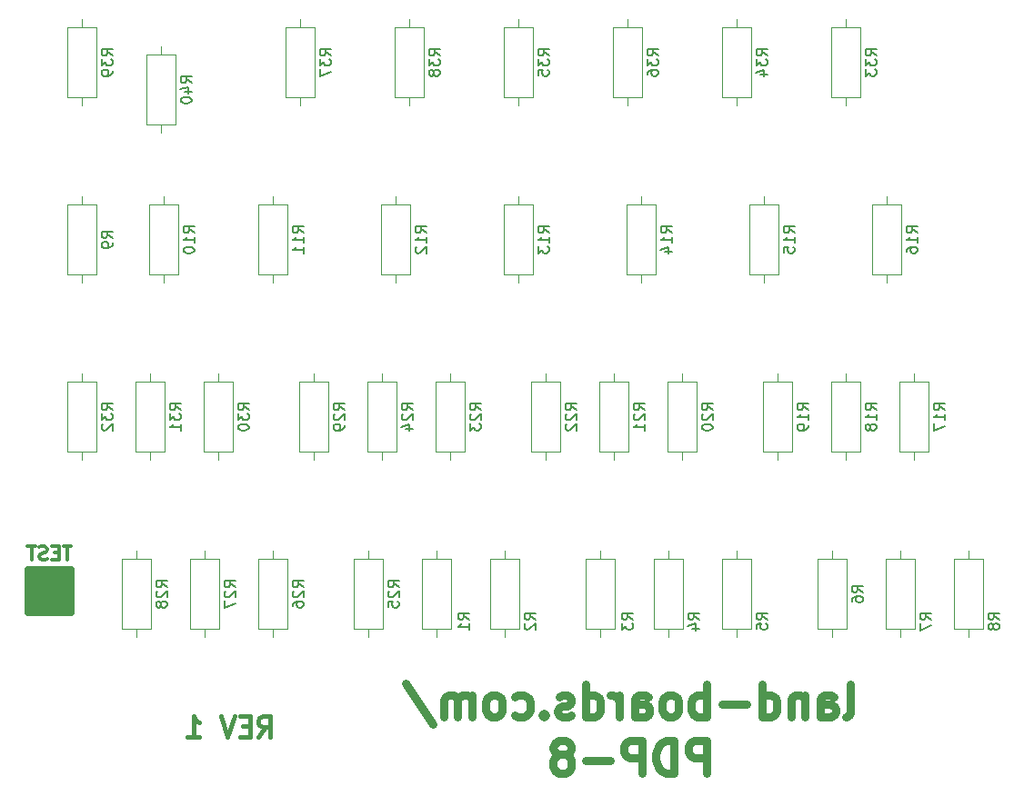
<source format=gbr>
G04 #@! TF.GenerationSoftware,KiCad,Pcbnew,(5.1.5)-3*
G04 #@! TF.CreationDate,2021-04-17T13:21:40-04:00*
G04 #@! TF.ProjectId,LEDS-SW12,4c454453-2d53-4573-9132-2e6b69636164,2*
G04 #@! TF.SameCoordinates,Original*
G04 #@! TF.FileFunction,Legend,Bot*
G04 #@! TF.FilePolarity,Positive*
%FSLAX46Y46*%
G04 Gerber Fmt 4.6, Leading zero omitted, Abs format (unit mm)*
G04 Created by KiCad (PCBNEW (5.1.5)-3) date 2021-04-17 13:21:40*
%MOMM*%
%LPD*%
G04 APERTURE LIST*
%ADD10C,0.750000*%
%ADD11C,0.381000*%
%ADD12C,0.120000*%
%ADD13C,0.650000*%
%ADD14C,0.150000*%
%ADD15C,0.317500*%
G04 APERTURE END LIST*
D10*
X87635421Y-97792143D02*
X87921136Y-97649286D01*
X88063993Y-97363572D01*
X88063993Y-94792144D01*
X85206851Y-97792143D02*
X85206851Y-96220715D01*
X85349708Y-95935001D01*
X85635422Y-95792144D01*
X86206850Y-95792144D01*
X86492565Y-95935001D01*
X85206851Y-97649286D02*
X85492565Y-97792143D01*
X86206850Y-97792143D01*
X86492565Y-97649286D01*
X86635422Y-97363572D01*
X86635422Y-97077857D01*
X86492565Y-96792143D01*
X86206850Y-96649286D01*
X85492565Y-96649286D01*
X85206851Y-96506429D01*
X83778280Y-95792144D02*
X83778280Y-97792143D01*
X83778280Y-96077858D02*
X83635423Y-95935001D01*
X83349709Y-95792144D01*
X82921137Y-95792144D01*
X82635423Y-95935001D01*
X82492566Y-96220715D01*
X82492566Y-97792143D01*
X79778281Y-97792143D02*
X79778281Y-94792144D01*
X79778281Y-97649286D02*
X80063995Y-97792143D01*
X80635424Y-97792143D01*
X80921138Y-97649286D01*
X81063995Y-97506429D01*
X81206852Y-97220715D01*
X81206852Y-96363572D01*
X81063995Y-96077858D01*
X80921138Y-95935001D01*
X80635424Y-95792144D01*
X80063995Y-95792144D01*
X79778281Y-95935001D01*
X78349710Y-96649286D02*
X76063997Y-96649286D01*
X74635426Y-97792143D02*
X74635426Y-94792144D01*
X74635426Y-95935001D02*
X74349712Y-95792144D01*
X73778283Y-95792144D01*
X73492569Y-95935001D01*
X73349712Y-96077858D01*
X73206855Y-96363572D01*
X73206855Y-97220715D01*
X73349712Y-97506429D01*
X73492569Y-97649286D01*
X73778283Y-97792143D01*
X74349712Y-97792143D01*
X74635426Y-97649286D01*
X71492570Y-97792143D02*
X71778284Y-97649286D01*
X71921141Y-97506429D01*
X72063998Y-97220715D01*
X72063998Y-96363572D01*
X71921141Y-96077858D01*
X71778284Y-95935001D01*
X71492570Y-95792144D01*
X71063998Y-95792144D01*
X70778284Y-95935001D01*
X70635427Y-96077858D01*
X70492570Y-96363572D01*
X70492570Y-97220715D01*
X70635427Y-97506429D01*
X70778284Y-97649286D01*
X71063998Y-97792143D01*
X71492570Y-97792143D01*
X67921142Y-97792143D02*
X67921142Y-96220715D01*
X68063999Y-95935001D01*
X68349714Y-95792144D01*
X68921142Y-95792144D01*
X69206856Y-95935001D01*
X67921142Y-97649286D02*
X68206856Y-97792143D01*
X68921142Y-97792143D01*
X69206856Y-97649286D01*
X69349713Y-97363572D01*
X69349713Y-97077857D01*
X69206856Y-96792143D01*
X68921142Y-96649286D01*
X68206856Y-96649286D01*
X67921142Y-96506429D01*
X66492571Y-97792143D02*
X66492571Y-95792144D01*
X66492571Y-96363572D02*
X66349714Y-96077858D01*
X66206857Y-95935001D01*
X65921143Y-95792144D01*
X65635429Y-95792144D01*
X63349715Y-97792143D02*
X63349715Y-94792144D01*
X63349715Y-97649286D02*
X63635429Y-97792143D01*
X64206858Y-97792143D01*
X64492572Y-97649286D01*
X64635429Y-97506429D01*
X64778286Y-97220715D01*
X64778286Y-96363572D01*
X64635429Y-96077858D01*
X64492572Y-95935001D01*
X64206858Y-95792144D01*
X63635429Y-95792144D01*
X63349715Y-95935001D01*
X62064001Y-97649286D02*
X61778287Y-97792143D01*
X61206859Y-97792143D01*
X60921145Y-97649286D01*
X60778287Y-97363572D01*
X60778287Y-97220715D01*
X60921145Y-96935000D01*
X61206859Y-96792143D01*
X61635430Y-96792143D01*
X61921144Y-96649286D01*
X62064001Y-96363572D01*
X62064001Y-96220715D01*
X61921144Y-95935001D01*
X61635430Y-95792144D01*
X61206859Y-95792144D01*
X60921145Y-95935001D01*
X59492574Y-97506429D02*
X59349717Y-97649286D01*
X59492574Y-97792143D01*
X59635431Y-97649286D01*
X59492574Y-97506429D01*
X59492574Y-97792143D01*
X56778289Y-97649286D02*
X57064003Y-97792143D01*
X57635431Y-97792143D01*
X57921146Y-97649286D01*
X58064003Y-97506429D01*
X58206860Y-97220715D01*
X58206860Y-96363572D01*
X58064003Y-96077858D01*
X57921146Y-95935001D01*
X57635431Y-95792144D01*
X57064003Y-95792144D01*
X56778289Y-95935001D01*
X55064004Y-97792143D02*
X55349718Y-97649286D01*
X55492575Y-97506429D01*
X55635432Y-97220715D01*
X55635432Y-96363572D01*
X55492575Y-96077858D01*
X55349718Y-95935001D01*
X55064004Y-95792144D01*
X54635432Y-95792144D01*
X54349718Y-95935001D01*
X54206861Y-96077858D01*
X54064004Y-96363572D01*
X54064004Y-97220715D01*
X54206861Y-97506429D01*
X54349718Y-97649286D01*
X54635432Y-97792143D01*
X55064004Y-97792143D01*
X52778290Y-97792143D02*
X52778290Y-95792144D01*
X52778290Y-96077858D02*
X52635433Y-95935001D01*
X52349719Y-95792144D01*
X51921148Y-95792144D01*
X51635433Y-95935001D01*
X51492576Y-96220715D01*
X51492576Y-97792143D01*
X51492576Y-96220715D02*
X51349719Y-95935001D01*
X51064005Y-95792144D01*
X50635434Y-95792144D01*
X50349720Y-95935001D01*
X50206862Y-96220715D01*
X50206862Y-97792143D01*
X46635435Y-94649287D02*
X49206863Y-98506428D01*
X74635426Y-103042142D02*
X74635426Y-100042143D01*
X73492569Y-100042143D01*
X73206855Y-100185000D01*
X73063998Y-100327857D01*
X72921141Y-100613571D01*
X72921141Y-101042143D01*
X73063998Y-101327857D01*
X73206855Y-101470714D01*
X73492569Y-101613571D01*
X74635426Y-101613571D01*
X71635427Y-103042142D02*
X71635427Y-100042143D01*
X70921141Y-100042143D01*
X70492570Y-100185000D01*
X70206856Y-100470714D01*
X70063999Y-100756428D01*
X69921142Y-101327857D01*
X69921142Y-101756428D01*
X70063999Y-102327856D01*
X70206856Y-102613571D01*
X70492570Y-102899285D01*
X70921141Y-103042142D01*
X71635427Y-103042142D01*
X68635428Y-103042142D02*
X68635428Y-100042143D01*
X67492571Y-100042143D01*
X67206857Y-100185000D01*
X67064000Y-100327857D01*
X66921143Y-100613571D01*
X66921143Y-101042143D01*
X67064000Y-101327857D01*
X67206857Y-101470714D01*
X67492571Y-101613571D01*
X68635428Y-101613571D01*
X65635429Y-101899285D02*
X63349715Y-101899285D01*
X61492573Y-101327857D02*
X61778287Y-101185000D01*
X61921144Y-101042143D01*
X62064001Y-100756428D01*
X62064001Y-100613571D01*
X61921144Y-100327857D01*
X61778287Y-100185000D01*
X61492573Y-100042143D01*
X60921145Y-100042143D01*
X60635430Y-100185000D01*
X60492573Y-100327857D01*
X60349716Y-100613571D01*
X60349716Y-100756428D01*
X60492573Y-101042143D01*
X60635430Y-101185000D01*
X60921145Y-101327857D01*
X61492573Y-101327857D01*
X61778287Y-101470714D01*
X61921144Y-101613571D01*
X62064001Y-101899285D01*
X62064001Y-102470714D01*
X61921144Y-102756428D01*
X61778287Y-102899285D01*
X61492573Y-103042142D01*
X60921145Y-103042142D01*
X60635430Y-102899285D01*
X60492573Y-102756428D01*
X60349716Y-102470714D01*
X60349716Y-101899285D01*
X60492573Y-101613571D01*
X60635430Y-101470714D01*
X60921145Y-101327857D01*
D11*
X32947428Y-99667785D02*
X33582428Y-98760642D01*
X34036000Y-99667785D02*
X34036000Y-97762785D01*
X33310285Y-97762785D01*
X33128857Y-97853500D01*
X33038142Y-97944214D01*
X32947428Y-98125642D01*
X32947428Y-98397785D01*
X33038142Y-98579214D01*
X33128857Y-98669928D01*
X33310285Y-98760642D01*
X34036000Y-98760642D01*
X32131000Y-98669928D02*
X31496000Y-98669928D01*
X31223857Y-99667785D02*
X32131000Y-99667785D01*
X32131000Y-97762785D01*
X31223857Y-97762785D01*
X30679571Y-97762785D02*
X30044571Y-99667785D01*
X29409571Y-97762785D01*
X26325285Y-99667785D02*
X27413857Y-99667785D01*
X26869571Y-99667785D02*
X26869571Y-97762785D01*
X27051000Y-98034928D01*
X27232428Y-98216357D01*
X27413857Y-98307071D01*
D12*
X77470000Y-82320000D02*
X77470000Y-83090000D01*
X77470000Y-90400000D02*
X77470000Y-89630000D01*
X78840000Y-83090000D02*
X78840000Y-89630000D01*
X76100000Y-83090000D02*
X78840000Y-83090000D01*
X76100000Y-89630000D02*
X76100000Y-83090000D01*
X78840000Y-89630000D02*
X76100000Y-89630000D01*
D13*
X11462000Y-84106000D02*
X15462000Y-84106000D01*
X15462000Y-84106000D02*
X15462000Y-88106000D01*
X15462000Y-88106000D02*
X11462000Y-88106000D01*
X11462000Y-88106000D02*
X11462000Y-84106000D01*
X11462000Y-84106000D02*
X11462000Y-84606000D01*
X11462000Y-84606000D02*
X15462000Y-84606000D01*
X15462000Y-84606000D02*
X15462000Y-85106000D01*
X15462000Y-85106000D02*
X11462000Y-85106000D01*
X11462000Y-85106000D02*
X11462000Y-85606000D01*
X11462000Y-85606000D02*
X15462000Y-85606000D01*
X15462000Y-85606000D02*
X15462000Y-86106000D01*
X15462000Y-86106000D02*
X11462000Y-86106000D01*
X11462000Y-86106000D02*
X11462000Y-86606000D01*
X11462000Y-86606000D02*
X14962000Y-86606000D01*
X14962000Y-86606000D02*
X15462000Y-86606000D01*
X15462000Y-86606000D02*
X15462000Y-87106000D01*
X15462000Y-87106000D02*
X11462000Y-87106000D01*
X11462000Y-87106000D02*
X11462000Y-87606000D01*
X11462000Y-87606000D02*
X15462000Y-87606000D01*
D12*
X50900000Y-89630000D02*
X48160000Y-89630000D01*
X48160000Y-89630000D02*
X48160000Y-83090000D01*
X48160000Y-83090000D02*
X50900000Y-83090000D01*
X50900000Y-83090000D02*
X50900000Y-89630000D01*
X49530000Y-90400000D02*
X49530000Y-89630000D01*
X49530000Y-82320000D02*
X49530000Y-83090000D01*
X57250000Y-89630000D02*
X54510000Y-89630000D01*
X54510000Y-89630000D02*
X54510000Y-83090000D01*
X54510000Y-83090000D02*
X57250000Y-83090000D01*
X57250000Y-83090000D02*
X57250000Y-89630000D01*
X55880000Y-90400000D02*
X55880000Y-89630000D01*
X55880000Y-82320000D02*
X55880000Y-83090000D01*
X64770000Y-82320000D02*
X64770000Y-83090000D01*
X64770000Y-90400000D02*
X64770000Y-89630000D01*
X66140000Y-83090000D02*
X66140000Y-89630000D01*
X63400000Y-83090000D02*
X66140000Y-83090000D01*
X63400000Y-89630000D02*
X63400000Y-83090000D01*
X66140000Y-89630000D02*
X63400000Y-89630000D01*
X72490000Y-89630000D02*
X69750000Y-89630000D01*
X69750000Y-89630000D02*
X69750000Y-83090000D01*
X69750000Y-83090000D02*
X72490000Y-83090000D01*
X72490000Y-83090000D02*
X72490000Y-89630000D01*
X71120000Y-90400000D02*
X71120000Y-89630000D01*
X71120000Y-82320000D02*
X71120000Y-83090000D01*
X86360000Y-82320000D02*
X86360000Y-83090000D01*
X86360000Y-90400000D02*
X86360000Y-89630000D01*
X87730000Y-83090000D02*
X87730000Y-89630000D01*
X84990000Y-83090000D02*
X87730000Y-83090000D01*
X84990000Y-89630000D02*
X84990000Y-83090000D01*
X87730000Y-89630000D02*
X84990000Y-89630000D01*
X94080000Y-89630000D02*
X91340000Y-89630000D01*
X91340000Y-89630000D02*
X91340000Y-83090000D01*
X91340000Y-83090000D02*
X94080000Y-83090000D01*
X94080000Y-83090000D02*
X94080000Y-89630000D01*
X92710000Y-90400000D02*
X92710000Y-89630000D01*
X92710000Y-82320000D02*
X92710000Y-83090000D01*
X99060000Y-82320000D02*
X99060000Y-83090000D01*
X99060000Y-90400000D02*
X99060000Y-89630000D01*
X100430000Y-83090000D02*
X100430000Y-89630000D01*
X97690000Y-83090000D02*
X100430000Y-83090000D01*
X97690000Y-89630000D02*
X97690000Y-83090000D01*
X100430000Y-89630000D02*
X97690000Y-89630000D01*
X24130000Y-49300000D02*
X24130000Y-50070000D01*
X24130000Y-57380000D02*
X24130000Y-56610000D01*
X25500000Y-50070000D02*
X25500000Y-56610000D01*
X22760000Y-50070000D02*
X25500000Y-50070000D01*
X22760000Y-56610000D02*
X22760000Y-50070000D01*
X25500000Y-56610000D02*
X22760000Y-56610000D01*
X35660000Y-56610000D02*
X32920000Y-56610000D01*
X32920000Y-56610000D02*
X32920000Y-50070000D01*
X32920000Y-50070000D02*
X35660000Y-50070000D01*
X35660000Y-50070000D02*
X35660000Y-56610000D01*
X34290000Y-57380000D02*
X34290000Y-56610000D01*
X34290000Y-49300000D02*
X34290000Y-50070000D01*
X45720000Y-49300000D02*
X45720000Y-50070000D01*
X45720000Y-57380000D02*
X45720000Y-56610000D01*
X47090000Y-50070000D02*
X47090000Y-56610000D01*
X44350000Y-50070000D02*
X47090000Y-50070000D01*
X44350000Y-56610000D02*
X44350000Y-50070000D01*
X47090000Y-56610000D02*
X44350000Y-56610000D01*
X58520000Y-56610000D02*
X55780000Y-56610000D01*
X55780000Y-56610000D02*
X55780000Y-50070000D01*
X55780000Y-50070000D02*
X58520000Y-50070000D01*
X58520000Y-50070000D02*
X58520000Y-56610000D01*
X57150000Y-57380000D02*
X57150000Y-56610000D01*
X57150000Y-49300000D02*
X57150000Y-50070000D01*
X68580000Y-49300000D02*
X68580000Y-50070000D01*
X68580000Y-57380000D02*
X68580000Y-56610000D01*
X69950000Y-50070000D02*
X69950000Y-56610000D01*
X67210000Y-50070000D02*
X69950000Y-50070000D01*
X67210000Y-56610000D02*
X67210000Y-50070000D01*
X69950000Y-56610000D02*
X67210000Y-56610000D01*
X81380000Y-56610000D02*
X78640000Y-56610000D01*
X78640000Y-56610000D02*
X78640000Y-50070000D01*
X78640000Y-50070000D02*
X81380000Y-50070000D01*
X81380000Y-50070000D02*
X81380000Y-56610000D01*
X80010000Y-57380000D02*
X80010000Y-56610000D01*
X80010000Y-49300000D02*
X80010000Y-50070000D01*
X91440000Y-49300000D02*
X91440000Y-50070000D01*
X91440000Y-57380000D02*
X91440000Y-56610000D01*
X92810000Y-50070000D02*
X92810000Y-56610000D01*
X90070000Y-50070000D02*
X92810000Y-50070000D01*
X90070000Y-56610000D02*
X90070000Y-50070000D01*
X92810000Y-56610000D02*
X90070000Y-56610000D01*
X95350000Y-73120000D02*
X92610000Y-73120000D01*
X92610000Y-73120000D02*
X92610000Y-66580000D01*
X92610000Y-66580000D02*
X95350000Y-66580000D01*
X95350000Y-66580000D02*
X95350000Y-73120000D01*
X93980000Y-73890000D02*
X93980000Y-73120000D01*
X93980000Y-65810000D02*
X93980000Y-66580000D01*
X87630000Y-65810000D02*
X87630000Y-66580000D01*
X87630000Y-73890000D02*
X87630000Y-73120000D01*
X89000000Y-66580000D02*
X89000000Y-73120000D01*
X86260000Y-66580000D02*
X89000000Y-66580000D01*
X86260000Y-73120000D02*
X86260000Y-66580000D01*
X89000000Y-73120000D02*
X86260000Y-73120000D01*
X82650000Y-73120000D02*
X79910000Y-73120000D01*
X79910000Y-73120000D02*
X79910000Y-66580000D01*
X79910000Y-66580000D02*
X82650000Y-66580000D01*
X82650000Y-66580000D02*
X82650000Y-73120000D01*
X81280000Y-73890000D02*
X81280000Y-73120000D01*
X81280000Y-65810000D02*
X81280000Y-66580000D01*
X72390000Y-65810000D02*
X72390000Y-66580000D01*
X72390000Y-73890000D02*
X72390000Y-73120000D01*
X73760000Y-66580000D02*
X73760000Y-73120000D01*
X71020000Y-66580000D02*
X73760000Y-66580000D01*
X71020000Y-73120000D02*
X71020000Y-66580000D01*
X73760000Y-73120000D02*
X71020000Y-73120000D01*
X67410000Y-73120000D02*
X64670000Y-73120000D01*
X64670000Y-73120000D02*
X64670000Y-66580000D01*
X64670000Y-66580000D02*
X67410000Y-66580000D01*
X67410000Y-66580000D02*
X67410000Y-73120000D01*
X66040000Y-73890000D02*
X66040000Y-73120000D01*
X66040000Y-65810000D02*
X66040000Y-66580000D01*
X59690000Y-65810000D02*
X59690000Y-66580000D01*
X59690000Y-73890000D02*
X59690000Y-73120000D01*
X61060000Y-66580000D02*
X61060000Y-73120000D01*
X58320000Y-66580000D02*
X61060000Y-66580000D01*
X58320000Y-73120000D02*
X58320000Y-66580000D01*
X61060000Y-73120000D02*
X58320000Y-73120000D01*
X52170000Y-73120000D02*
X49430000Y-73120000D01*
X49430000Y-73120000D02*
X49430000Y-66580000D01*
X49430000Y-66580000D02*
X52170000Y-66580000D01*
X52170000Y-66580000D02*
X52170000Y-73120000D01*
X50800000Y-73890000D02*
X50800000Y-73120000D01*
X50800000Y-65810000D02*
X50800000Y-66580000D01*
X44450000Y-65810000D02*
X44450000Y-66580000D01*
X44450000Y-73890000D02*
X44450000Y-73120000D01*
X45820000Y-66580000D02*
X45820000Y-73120000D01*
X43080000Y-66580000D02*
X45820000Y-66580000D01*
X43080000Y-73120000D02*
X43080000Y-66580000D01*
X45820000Y-73120000D02*
X43080000Y-73120000D01*
X44550000Y-89630000D02*
X41810000Y-89630000D01*
X41810000Y-89630000D02*
X41810000Y-83090000D01*
X41810000Y-83090000D02*
X44550000Y-83090000D01*
X44550000Y-83090000D02*
X44550000Y-89630000D01*
X43180000Y-90400000D02*
X43180000Y-89630000D01*
X43180000Y-82320000D02*
X43180000Y-83090000D01*
X34290000Y-82320000D02*
X34290000Y-83090000D01*
X34290000Y-90400000D02*
X34290000Y-89630000D01*
X35660000Y-83090000D02*
X35660000Y-89630000D01*
X32920000Y-83090000D02*
X35660000Y-83090000D01*
X32920000Y-89630000D02*
X32920000Y-83090000D01*
X35660000Y-89630000D02*
X32920000Y-89630000D01*
X29310000Y-89630000D02*
X26570000Y-89630000D01*
X26570000Y-89630000D02*
X26570000Y-83090000D01*
X26570000Y-83090000D02*
X29310000Y-83090000D01*
X29310000Y-83090000D02*
X29310000Y-89630000D01*
X27940000Y-90400000D02*
X27940000Y-89630000D01*
X27940000Y-82320000D02*
X27940000Y-83090000D01*
X21590000Y-82320000D02*
X21590000Y-83090000D01*
X21590000Y-90400000D02*
X21590000Y-89630000D01*
X22960000Y-83090000D02*
X22960000Y-89630000D01*
X20220000Y-83090000D02*
X22960000Y-83090000D01*
X20220000Y-89630000D02*
X20220000Y-83090000D01*
X22960000Y-89630000D02*
X20220000Y-89630000D01*
X39470000Y-73120000D02*
X36730000Y-73120000D01*
X36730000Y-73120000D02*
X36730000Y-66580000D01*
X36730000Y-66580000D02*
X39470000Y-66580000D01*
X39470000Y-66580000D02*
X39470000Y-73120000D01*
X38100000Y-73890000D02*
X38100000Y-73120000D01*
X38100000Y-65810000D02*
X38100000Y-66580000D01*
X29210000Y-65810000D02*
X29210000Y-66580000D01*
X29210000Y-73890000D02*
X29210000Y-73120000D01*
X30580000Y-66580000D02*
X30580000Y-73120000D01*
X27840000Y-66580000D02*
X30580000Y-66580000D01*
X27840000Y-73120000D02*
X27840000Y-66580000D01*
X30580000Y-73120000D02*
X27840000Y-73120000D01*
X24230000Y-73120000D02*
X21490000Y-73120000D01*
X21490000Y-73120000D02*
X21490000Y-66580000D01*
X21490000Y-66580000D02*
X24230000Y-66580000D01*
X24230000Y-66580000D02*
X24230000Y-73120000D01*
X22860000Y-73890000D02*
X22860000Y-73120000D01*
X22860000Y-65810000D02*
X22860000Y-66580000D01*
X16510000Y-65810000D02*
X16510000Y-66580000D01*
X16510000Y-73890000D02*
X16510000Y-73120000D01*
X17880000Y-66580000D02*
X17880000Y-73120000D01*
X15140000Y-66580000D02*
X17880000Y-66580000D01*
X15140000Y-73120000D02*
X15140000Y-66580000D01*
X17880000Y-73120000D02*
X15140000Y-73120000D01*
X87630000Y-32790000D02*
X87630000Y-33560000D01*
X87630000Y-40870000D02*
X87630000Y-40100000D01*
X89000000Y-33560000D02*
X89000000Y-40100000D01*
X86260000Y-33560000D02*
X89000000Y-33560000D01*
X86260000Y-40100000D02*
X86260000Y-33560000D01*
X89000000Y-40100000D02*
X86260000Y-40100000D01*
X78840000Y-40100000D02*
X76100000Y-40100000D01*
X76100000Y-40100000D02*
X76100000Y-33560000D01*
X76100000Y-33560000D02*
X78840000Y-33560000D01*
X78840000Y-33560000D02*
X78840000Y-40100000D01*
X77470000Y-40870000D02*
X77470000Y-40100000D01*
X77470000Y-32790000D02*
X77470000Y-33560000D01*
X57150000Y-32790000D02*
X57150000Y-33560000D01*
X57150000Y-40870000D02*
X57150000Y-40100000D01*
X58520000Y-33560000D02*
X58520000Y-40100000D01*
X55780000Y-33560000D02*
X58520000Y-33560000D01*
X55780000Y-40100000D02*
X55780000Y-33560000D01*
X58520000Y-40100000D02*
X55780000Y-40100000D01*
X68680000Y-40100000D02*
X65940000Y-40100000D01*
X65940000Y-40100000D02*
X65940000Y-33560000D01*
X65940000Y-33560000D02*
X68680000Y-33560000D01*
X68680000Y-33560000D02*
X68680000Y-40100000D01*
X67310000Y-40870000D02*
X67310000Y-40100000D01*
X67310000Y-32790000D02*
X67310000Y-33560000D01*
X36830000Y-32790000D02*
X36830000Y-33560000D01*
X36830000Y-40870000D02*
X36830000Y-40100000D01*
X38200000Y-33560000D02*
X38200000Y-40100000D01*
X35460000Y-33560000D02*
X38200000Y-33560000D01*
X35460000Y-40100000D02*
X35460000Y-33560000D01*
X38200000Y-40100000D02*
X35460000Y-40100000D01*
X48360000Y-40100000D02*
X45620000Y-40100000D01*
X45620000Y-40100000D02*
X45620000Y-33560000D01*
X45620000Y-33560000D02*
X48360000Y-33560000D01*
X48360000Y-33560000D02*
X48360000Y-40100000D01*
X46990000Y-40870000D02*
X46990000Y-40100000D01*
X46990000Y-32790000D02*
X46990000Y-33560000D01*
X17880000Y-40100000D02*
X15140000Y-40100000D01*
X15140000Y-40100000D02*
X15140000Y-33560000D01*
X15140000Y-33560000D02*
X17880000Y-33560000D01*
X17880000Y-33560000D02*
X17880000Y-40100000D01*
X16510000Y-40870000D02*
X16510000Y-40100000D01*
X16510000Y-32790000D02*
X16510000Y-33560000D01*
X25246000Y-42640000D02*
X22506000Y-42640000D01*
X22506000Y-42640000D02*
X22506000Y-36100000D01*
X22506000Y-36100000D02*
X25246000Y-36100000D01*
X25246000Y-36100000D02*
X25246000Y-42640000D01*
X23876000Y-43410000D02*
X23876000Y-42640000D01*
X23876000Y-35330000D02*
X23876000Y-36100000D01*
X17880000Y-56610000D02*
X15140000Y-56610000D01*
X15140000Y-56610000D02*
X15140000Y-50070000D01*
X15140000Y-50070000D02*
X17880000Y-50070000D01*
X17880000Y-50070000D02*
X17880000Y-56610000D01*
X16510000Y-57380000D02*
X16510000Y-56610000D01*
X16510000Y-49300000D02*
X16510000Y-50070000D01*
D14*
X80292380Y-88733333D02*
X79816190Y-88400000D01*
X80292380Y-88161904D02*
X79292380Y-88161904D01*
X79292380Y-88542857D01*
X79340000Y-88638095D01*
X79387619Y-88685714D01*
X79482857Y-88733333D01*
X79625714Y-88733333D01*
X79720952Y-88685714D01*
X79768571Y-88638095D01*
X79816190Y-88542857D01*
X79816190Y-88161904D01*
X79292380Y-89638095D02*
X79292380Y-89161904D01*
X79768571Y-89114285D01*
X79720952Y-89161904D01*
X79673333Y-89257142D01*
X79673333Y-89495238D01*
X79720952Y-89590476D01*
X79768571Y-89638095D01*
X79863809Y-89685714D01*
X80101904Y-89685714D01*
X80197142Y-89638095D01*
X80244761Y-89590476D01*
X80292380Y-89495238D01*
X80292380Y-89257142D01*
X80244761Y-89161904D01*
X80197142Y-89114285D01*
D15*
X15487952Y-81910523D02*
X14762238Y-81910523D01*
X15125095Y-83180523D02*
X15125095Y-81910523D01*
X14338904Y-82515285D02*
X13915571Y-82515285D01*
X13734142Y-83180523D02*
X14338904Y-83180523D01*
X14338904Y-81910523D01*
X13734142Y-81910523D01*
X13250333Y-83120047D02*
X13068904Y-83180523D01*
X12766523Y-83180523D01*
X12645571Y-83120047D01*
X12585095Y-83059571D01*
X12524619Y-82938619D01*
X12524619Y-82817666D01*
X12585095Y-82696714D01*
X12645571Y-82636238D01*
X12766523Y-82575761D01*
X13008428Y-82515285D01*
X13129380Y-82454809D01*
X13189857Y-82394333D01*
X13250333Y-82273380D01*
X13250333Y-82152428D01*
X13189857Y-82031476D01*
X13129380Y-81971000D01*
X13008428Y-81910523D01*
X12706047Y-81910523D01*
X12524619Y-81971000D01*
X12161761Y-81910523D02*
X11436047Y-81910523D01*
X11798904Y-83180523D02*
X11798904Y-81910523D01*
D14*
X52522380Y-88733333D02*
X52046190Y-88400000D01*
X52522380Y-88161904D02*
X51522380Y-88161904D01*
X51522380Y-88542857D01*
X51570000Y-88638095D01*
X51617619Y-88685714D01*
X51712857Y-88733333D01*
X51855714Y-88733333D01*
X51950952Y-88685714D01*
X51998571Y-88638095D01*
X52046190Y-88542857D01*
X52046190Y-88161904D01*
X52522380Y-89685714D02*
X52522380Y-89114285D01*
X52522380Y-89400000D02*
X51522380Y-89400000D01*
X51665238Y-89304761D01*
X51760476Y-89209523D01*
X51808095Y-89114285D01*
X58702380Y-88733333D02*
X58226190Y-88400000D01*
X58702380Y-88161904D02*
X57702380Y-88161904D01*
X57702380Y-88542857D01*
X57750000Y-88638095D01*
X57797619Y-88685714D01*
X57892857Y-88733333D01*
X58035714Y-88733333D01*
X58130952Y-88685714D01*
X58178571Y-88638095D01*
X58226190Y-88542857D01*
X58226190Y-88161904D01*
X57797619Y-89114285D02*
X57750000Y-89161904D01*
X57702380Y-89257142D01*
X57702380Y-89495238D01*
X57750000Y-89590476D01*
X57797619Y-89638095D01*
X57892857Y-89685714D01*
X57988095Y-89685714D01*
X58130952Y-89638095D01*
X58702380Y-89066666D01*
X58702380Y-89685714D01*
X67762380Y-88733333D02*
X67286190Y-88400000D01*
X67762380Y-88161904D02*
X66762380Y-88161904D01*
X66762380Y-88542857D01*
X66810000Y-88638095D01*
X66857619Y-88685714D01*
X66952857Y-88733333D01*
X67095714Y-88733333D01*
X67190952Y-88685714D01*
X67238571Y-88638095D01*
X67286190Y-88542857D01*
X67286190Y-88161904D01*
X66762380Y-89066666D02*
X66762380Y-89685714D01*
X67143333Y-89352380D01*
X67143333Y-89495238D01*
X67190952Y-89590476D01*
X67238571Y-89638095D01*
X67333809Y-89685714D01*
X67571904Y-89685714D01*
X67667142Y-89638095D01*
X67714761Y-89590476D01*
X67762380Y-89495238D01*
X67762380Y-89209523D01*
X67714761Y-89114285D01*
X67667142Y-89066666D01*
X73942380Y-88733333D02*
X73466190Y-88400000D01*
X73942380Y-88161904D02*
X72942380Y-88161904D01*
X72942380Y-88542857D01*
X72990000Y-88638095D01*
X73037619Y-88685714D01*
X73132857Y-88733333D01*
X73275714Y-88733333D01*
X73370952Y-88685714D01*
X73418571Y-88638095D01*
X73466190Y-88542857D01*
X73466190Y-88161904D01*
X73275714Y-89590476D02*
X73942380Y-89590476D01*
X72894761Y-89352380D02*
X73609047Y-89114285D01*
X73609047Y-89733333D01*
X89182380Y-86193333D02*
X88706190Y-85860000D01*
X89182380Y-85621904D02*
X88182380Y-85621904D01*
X88182380Y-86002857D01*
X88230000Y-86098095D01*
X88277619Y-86145714D01*
X88372857Y-86193333D01*
X88515714Y-86193333D01*
X88610952Y-86145714D01*
X88658571Y-86098095D01*
X88706190Y-86002857D01*
X88706190Y-85621904D01*
X88182380Y-87050476D02*
X88182380Y-86860000D01*
X88230000Y-86764761D01*
X88277619Y-86717142D01*
X88420476Y-86621904D01*
X88610952Y-86574285D01*
X88991904Y-86574285D01*
X89087142Y-86621904D01*
X89134761Y-86669523D01*
X89182380Y-86764761D01*
X89182380Y-86955238D01*
X89134761Y-87050476D01*
X89087142Y-87098095D01*
X88991904Y-87145714D01*
X88753809Y-87145714D01*
X88658571Y-87098095D01*
X88610952Y-87050476D01*
X88563333Y-86955238D01*
X88563333Y-86764761D01*
X88610952Y-86669523D01*
X88658571Y-86621904D01*
X88753809Y-86574285D01*
X95532380Y-88733333D02*
X95056190Y-88400000D01*
X95532380Y-88161904D02*
X94532380Y-88161904D01*
X94532380Y-88542857D01*
X94580000Y-88638095D01*
X94627619Y-88685714D01*
X94722857Y-88733333D01*
X94865714Y-88733333D01*
X94960952Y-88685714D01*
X95008571Y-88638095D01*
X95056190Y-88542857D01*
X95056190Y-88161904D01*
X94532380Y-89066666D02*
X94532380Y-89733333D01*
X95532380Y-89304761D01*
X101882380Y-88733333D02*
X101406190Y-88400000D01*
X101882380Y-88161904D02*
X100882380Y-88161904D01*
X100882380Y-88542857D01*
X100930000Y-88638095D01*
X100977619Y-88685714D01*
X101072857Y-88733333D01*
X101215714Y-88733333D01*
X101310952Y-88685714D01*
X101358571Y-88638095D01*
X101406190Y-88542857D01*
X101406190Y-88161904D01*
X101310952Y-89304761D02*
X101263333Y-89209523D01*
X101215714Y-89161904D01*
X101120476Y-89114285D01*
X101072857Y-89114285D01*
X100977619Y-89161904D01*
X100930000Y-89209523D01*
X100882380Y-89304761D01*
X100882380Y-89495238D01*
X100930000Y-89590476D01*
X100977619Y-89638095D01*
X101072857Y-89685714D01*
X101120476Y-89685714D01*
X101215714Y-89638095D01*
X101263333Y-89590476D01*
X101310952Y-89495238D01*
X101310952Y-89304761D01*
X101358571Y-89209523D01*
X101406190Y-89161904D01*
X101501428Y-89114285D01*
X101691904Y-89114285D01*
X101787142Y-89161904D01*
X101834761Y-89209523D01*
X101882380Y-89304761D01*
X101882380Y-89495238D01*
X101834761Y-89590476D01*
X101787142Y-89638095D01*
X101691904Y-89685714D01*
X101501428Y-89685714D01*
X101406190Y-89638095D01*
X101358571Y-89590476D01*
X101310952Y-89495238D01*
X26952380Y-52697142D02*
X26476190Y-52363809D01*
X26952380Y-52125714D02*
X25952380Y-52125714D01*
X25952380Y-52506666D01*
X26000000Y-52601904D01*
X26047619Y-52649523D01*
X26142857Y-52697142D01*
X26285714Y-52697142D01*
X26380952Y-52649523D01*
X26428571Y-52601904D01*
X26476190Y-52506666D01*
X26476190Y-52125714D01*
X26952380Y-53649523D02*
X26952380Y-53078095D01*
X26952380Y-53363809D02*
X25952380Y-53363809D01*
X26095238Y-53268571D01*
X26190476Y-53173333D01*
X26238095Y-53078095D01*
X25952380Y-54268571D02*
X25952380Y-54363809D01*
X26000000Y-54459047D01*
X26047619Y-54506666D01*
X26142857Y-54554285D01*
X26333333Y-54601904D01*
X26571428Y-54601904D01*
X26761904Y-54554285D01*
X26857142Y-54506666D01*
X26904761Y-54459047D01*
X26952380Y-54363809D01*
X26952380Y-54268571D01*
X26904761Y-54173333D01*
X26857142Y-54125714D01*
X26761904Y-54078095D01*
X26571428Y-54030476D01*
X26333333Y-54030476D01*
X26142857Y-54078095D01*
X26047619Y-54125714D01*
X26000000Y-54173333D01*
X25952380Y-54268571D01*
X37112380Y-52697142D02*
X36636190Y-52363809D01*
X37112380Y-52125714D02*
X36112380Y-52125714D01*
X36112380Y-52506666D01*
X36160000Y-52601904D01*
X36207619Y-52649523D01*
X36302857Y-52697142D01*
X36445714Y-52697142D01*
X36540952Y-52649523D01*
X36588571Y-52601904D01*
X36636190Y-52506666D01*
X36636190Y-52125714D01*
X37112380Y-53649523D02*
X37112380Y-53078095D01*
X37112380Y-53363809D02*
X36112380Y-53363809D01*
X36255238Y-53268571D01*
X36350476Y-53173333D01*
X36398095Y-53078095D01*
X37112380Y-54601904D02*
X37112380Y-54030476D01*
X37112380Y-54316190D02*
X36112380Y-54316190D01*
X36255238Y-54220952D01*
X36350476Y-54125714D01*
X36398095Y-54030476D01*
X48542380Y-52697142D02*
X48066190Y-52363809D01*
X48542380Y-52125714D02*
X47542380Y-52125714D01*
X47542380Y-52506666D01*
X47590000Y-52601904D01*
X47637619Y-52649523D01*
X47732857Y-52697142D01*
X47875714Y-52697142D01*
X47970952Y-52649523D01*
X48018571Y-52601904D01*
X48066190Y-52506666D01*
X48066190Y-52125714D01*
X48542380Y-53649523D02*
X48542380Y-53078095D01*
X48542380Y-53363809D02*
X47542380Y-53363809D01*
X47685238Y-53268571D01*
X47780476Y-53173333D01*
X47828095Y-53078095D01*
X47637619Y-54030476D02*
X47590000Y-54078095D01*
X47542380Y-54173333D01*
X47542380Y-54411428D01*
X47590000Y-54506666D01*
X47637619Y-54554285D01*
X47732857Y-54601904D01*
X47828095Y-54601904D01*
X47970952Y-54554285D01*
X48542380Y-53982857D01*
X48542380Y-54601904D01*
X59972380Y-52697142D02*
X59496190Y-52363809D01*
X59972380Y-52125714D02*
X58972380Y-52125714D01*
X58972380Y-52506666D01*
X59020000Y-52601904D01*
X59067619Y-52649523D01*
X59162857Y-52697142D01*
X59305714Y-52697142D01*
X59400952Y-52649523D01*
X59448571Y-52601904D01*
X59496190Y-52506666D01*
X59496190Y-52125714D01*
X59972380Y-53649523D02*
X59972380Y-53078095D01*
X59972380Y-53363809D02*
X58972380Y-53363809D01*
X59115238Y-53268571D01*
X59210476Y-53173333D01*
X59258095Y-53078095D01*
X58972380Y-53982857D02*
X58972380Y-54601904D01*
X59353333Y-54268571D01*
X59353333Y-54411428D01*
X59400952Y-54506666D01*
X59448571Y-54554285D01*
X59543809Y-54601904D01*
X59781904Y-54601904D01*
X59877142Y-54554285D01*
X59924761Y-54506666D01*
X59972380Y-54411428D01*
X59972380Y-54125714D01*
X59924761Y-54030476D01*
X59877142Y-53982857D01*
X71402380Y-52697142D02*
X70926190Y-52363809D01*
X71402380Y-52125714D02*
X70402380Y-52125714D01*
X70402380Y-52506666D01*
X70450000Y-52601904D01*
X70497619Y-52649523D01*
X70592857Y-52697142D01*
X70735714Y-52697142D01*
X70830952Y-52649523D01*
X70878571Y-52601904D01*
X70926190Y-52506666D01*
X70926190Y-52125714D01*
X71402380Y-53649523D02*
X71402380Y-53078095D01*
X71402380Y-53363809D02*
X70402380Y-53363809D01*
X70545238Y-53268571D01*
X70640476Y-53173333D01*
X70688095Y-53078095D01*
X70735714Y-54506666D02*
X71402380Y-54506666D01*
X70354761Y-54268571D02*
X71069047Y-54030476D01*
X71069047Y-54649523D01*
X82832380Y-52697142D02*
X82356190Y-52363809D01*
X82832380Y-52125714D02*
X81832380Y-52125714D01*
X81832380Y-52506666D01*
X81880000Y-52601904D01*
X81927619Y-52649523D01*
X82022857Y-52697142D01*
X82165714Y-52697142D01*
X82260952Y-52649523D01*
X82308571Y-52601904D01*
X82356190Y-52506666D01*
X82356190Y-52125714D01*
X82832380Y-53649523D02*
X82832380Y-53078095D01*
X82832380Y-53363809D02*
X81832380Y-53363809D01*
X81975238Y-53268571D01*
X82070476Y-53173333D01*
X82118095Y-53078095D01*
X81832380Y-54554285D02*
X81832380Y-54078095D01*
X82308571Y-54030476D01*
X82260952Y-54078095D01*
X82213333Y-54173333D01*
X82213333Y-54411428D01*
X82260952Y-54506666D01*
X82308571Y-54554285D01*
X82403809Y-54601904D01*
X82641904Y-54601904D01*
X82737142Y-54554285D01*
X82784761Y-54506666D01*
X82832380Y-54411428D01*
X82832380Y-54173333D01*
X82784761Y-54078095D01*
X82737142Y-54030476D01*
X94262380Y-52697142D02*
X93786190Y-52363809D01*
X94262380Y-52125714D02*
X93262380Y-52125714D01*
X93262380Y-52506666D01*
X93310000Y-52601904D01*
X93357619Y-52649523D01*
X93452857Y-52697142D01*
X93595714Y-52697142D01*
X93690952Y-52649523D01*
X93738571Y-52601904D01*
X93786190Y-52506666D01*
X93786190Y-52125714D01*
X94262380Y-53649523D02*
X94262380Y-53078095D01*
X94262380Y-53363809D02*
X93262380Y-53363809D01*
X93405238Y-53268571D01*
X93500476Y-53173333D01*
X93548095Y-53078095D01*
X93262380Y-54506666D02*
X93262380Y-54316190D01*
X93310000Y-54220952D01*
X93357619Y-54173333D01*
X93500476Y-54078095D01*
X93690952Y-54030476D01*
X94071904Y-54030476D01*
X94167142Y-54078095D01*
X94214761Y-54125714D01*
X94262380Y-54220952D01*
X94262380Y-54411428D01*
X94214761Y-54506666D01*
X94167142Y-54554285D01*
X94071904Y-54601904D01*
X93833809Y-54601904D01*
X93738571Y-54554285D01*
X93690952Y-54506666D01*
X93643333Y-54411428D01*
X93643333Y-54220952D01*
X93690952Y-54125714D01*
X93738571Y-54078095D01*
X93833809Y-54030476D01*
X96802380Y-69207142D02*
X96326190Y-68873809D01*
X96802380Y-68635714D02*
X95802380Y-68635714D01*
X95802380Y-69016666D01*
X95850000Y-69111904D01*
X95897619Y-69159523D01*
X95992857Y-69207142D01*
X96135714Y-69207142D01*
X96230952Y-69159523D01*
X96278571Y-69111904D01*
X96326190Y-69016666D01*
X96326190Y-68635714D01*
X96802380Y-70159523D02*
X96802380Y-69588095D01*
X96802380Y-69873809D02*
X95802380Y-69873809D01*
X95945238Y-69778571D01*
X96040476Y-69683333D01*
X96088095Y-69588095D01*
X95802380Y-70492857D02*
X95802380Y-71159523D01*
X96802380Y-70730952D01*
X90452380Y-69207142D02*
X89976190Y-68873809D01*
X90452380Y-68635714D02*
X89452380Y-68635714D01*
X89452380Y-69016666D01*
X89500000Y-69111904D01*
X89547619Y-69159523D01*
X89642857Y-69207142D01*
X89785714Y-69207142D01*
X89880952Y-69159523D01*
X89928571Y-69111904D01*
X89976190Y-69016666D01*
X89976190Y-68635714D01*
X90452380Y-70159523D02*
X90452380Y-69588095D01*
X90452380Y-69873809D02*
X89452380Y-69873809D01*
X89595238Y-69778571D01*
X89690476Y-69683333D01*
X89738095Y-69588095D01*
X89880952Y-70730952D02*
X89833333Y-70635714D01*
X89785714Y-70588095D01*
X89690476Y-70540476D01*
X89642857Y-70540476D01*
X89547619Y-70588095D01*
X89500000Y-70635714D01*
X89452380Y-70730952D01*
X89452380Y-70921428D01*
X89500000Y-71016666D01*
X89547619Y-71064285D01*
X89642857Y-71111904D01*
X89690476Y-71111904D01*
X89785714Y-71064285D01*
X89833333Y-71016666D01*
X89880952Y-70921428D01*
X89880952Y-70730952D01*
X89928571Y-70635714D01*
X89976190Y-70588095D01*
X90071428Y-70540476D01*
X90261904Y-70540476D01*
X90357142Y-70588095D01*
X90404761Y-70635714D01*
X90452380Y-70730952D01*
X90452380Y-70921428D01*
X90404761Y-71016666D01*
X90357142Y-71064285D01*
X90261904Y-71111904D01*
X90071428Y-71111904D01*
X89976190Y-71064285D01*
X89928571Y-71016666D01*
X89880952Y-70921428D01*
X84102380Y-69207142D02*
X83626190Y-68873809D01*
X84102380Y-68635714D02*
X83102380Y-68635714D01*
X83102380Y-69016666D01*
X83150000Y-69111904D01*
X83197619Y-69159523D01*
X83292857Y-69207142D01*
X83435714Y-69207142D01*
X83530952Y-69159523D01*
X83578571Y-69111904D01*
X83626190Y-69016666D01*
X83626190Y-68635714D01*
X84102380Y-70159523D02*
X84102380Y-69588095D01*
X84102380Y-69873809D02*
X83102380Y-69873809D01*
X83245238Y-69778571D01*
X83340476Y-69683333D01*
X83388095Y-69588095D01*
X84102380Y-70635714D02*
X84102380Y-70826190D01*
X84054761Y-70921428D01*
X84007142Y-70969047D01*
X83864285Y-71064285D01*
X83673809Y-71111904D01*
X83292857Y-71111904D01*
X83197619Y-71064285D01*
X83150000Y-71016666D01*
X83102380Y-70921428D01*
X83102380Y-70730952D01*
X83150000Y-70635714D01*
X83197619Y-70588095D01*
X83292857Y-70540476D01*
X83530952Y-70540476D01*
X83626190Y-70588095D01*
X83673809Y-70635714D01*
X83721428Y-70730952D01*
X83721428Y-70921428D01*
X83673809Y-71016666D01*
X83626190Y-71064285D01*
X83530952Y-71111904D01*
X75212380Y-69207142D02*
X74736190Y-68873809D01*
X75212380Y-68635714D02*
X74212380Y-68635714D01*
X74212380Y-69016666D01*
X74260000Y-69111904D01*
X74307619Y-69159523D01*
X74402857Y-69207142D01*
X74545714Y-69207142D01*
X74640952Y-69159523D01*
X74688571Y-69111904D01*
X74736190Y-69016666D01*
X74736190Y-68635714D01*
X74307619Y-69588095D02*
X74260000Y-69635714D01*
X74212380Y-69730952D01*
X74212380Y-69969047D01*
X74260000Y-70064285D01*
X74307619Y-70111904D01*
X74402857Y-70159523D01*
X74498095Y-70159523D01*
X74640952Y-70111904D01*
X75212380Y-69540476D01*
X75212380Y-70159523D01*
X74212380Y-70778571D02*
X74212380Y-70873809D01*
X74260000Y-70969047D01*
X74307619Y-71016666D01*
X74402857Y-71064285D01*
X74593333Y-71111904D01*
X74831428Y-71111904D01*
X75021904Y-71064285D01*
X75117142Y-71016666D01*
X75164761Y-70969047D01*
X75212380Y-70873809D01*
X75212380Y-70778571D01*
X75164761Y-70683333D01*
X75117142Y-70635714D01*
X75021904Y-70588095D01*
X74831428Y-70540476D01*
X74593333Y-70540476D01*
X74402857Y-70588095D01*
X74307619Y-70635714D01*
X74260000Y-70683333D01*
X74212380Y-70778571D01*
X68862380Y-69207142D02*
X68386190Y-68873809D01*
X68862380Y-68635714D02*
X67862380Y-68635714D01*
X67862380Y-69016666D01*
X67910000Y-69111904D01*
X67957619Y-69159523D01*
X68052857Y-69207142D01*
X68195714Y-69207142D01*
X68290952Y-69159523D01*
X68338571Y-69111904D01*
X68386190Y-69016666D01*
X68386190Y-68635714D01*
X67957619Y-69588095D02*
X67910000Y-69635714D01*
X67862380Y-69730952D01*
X67862380Y-69969047D01*
X67910000Y-70064285D01*
X67957619Y-70111904D01*
X68052857Y-70159523D01*
X68148095Y-70159523D01*
X68290952Y-70111904D01*
X68862380Y-69540476D01*
X68862380Y-70159523D01*
X68862380Y-71111904D02*
X68862380Y-70540476D01*
X68862380Y-70826190D02*
X67862380Y-70826190D01*
X68005238Y-70730952D01*
X68100476Y-70635714D01*
X68148095Y-70540476D01*
X62512380Y-69207142D02*
X62036190Y-68873809D01*
X62512380Y-68635714D02*
X61512380Y-68635714D01*
X61512380Y-69016666D01*
X61560000Y-69111904D01*
X61607619Y-69159523D01*
X61702857Y-69207142D01*
X61845714Y-69207142D01*
X61940952Y-69159523D01*
X61988571Y-69111904D01*
X62036190Y-69016666D01*
X62036190Y-68635714D01*
X61607619Y-69588095D02*
X61560000Y-69635714D01*
X61512380Y-69730952D01*
X61512380Y-69969047D01*
X61560000Y-70064285D01*
X61607619Y-70111904D01*
X61702857Y-70159523D01*
X61798095Y-70159523D01*
X61940952Y-70111904D01*
X62512380Y-69540476D01*
X62512380Y-70159523D01*
X61607619Y-70540476D02*
X61560000Y-70588095D01*
X61512380Y-70683333D01*
X61512380Y-70921428D01*
X61560000Y-71016666D01*
X61607619Y-71064285D01*
X61702857Y-71111904D01*
X61798095Y-71111904D01*
X61940952Y-71064285D01*
X62512380Y-70492857D01*
X62512380Y-71111904D01*
X53622380Y-69207142D02*
X53146190Y-68873809D01*
X53622380Y-68635714D02*
X52622380Y-68635714D01*
X52622380Y-69016666D01*
X52670000Y-69111904D01*
X52717619Y-69159523D01*
X52812857Y-69207142D01*
X52955714Y-69207142D01*
X53050952Y-69159523D01*
X53098571Y-69111904D01*
X53146190Y-69016666D01*
X53146190Y-68635714D01*
X52717619Y-69588095D02*
X52670000Y-69635714D01*
X52622380Y-69730952D01*
X52622380Y-69969047D01*
X52670000Y-70064285D01*
X52717619Y-70111904D01*
X52812857Y-70159523D01*
X52908095Y-70159523D01*
X53050952Y-70111904D01*
X53622380Y-69540476D01*
X53622380Y-70159523D01*
X52622380Y-70492857D02*
X52622380Y-71111904D01*
X53003333Y-70778571D01*
X53003333Y-70921428D01*
X53050952Y-71016666D01*
X53098571Y-71064285D01*
X53193809Y-71111904D01*
X53431904Y-71111904D01*
X53527142Y-71064285D01*
X53574761Y-71016666D01*
X53622380Y-70921428D01*
X53622380Y-70635714D01*
X53574761Y-70540476D01*
X53527142Y-70492857D01*
X47272380Y-69207142D02*
X46796190Y-68873809D01*
X47272380Y-68635714D02*
X46272380Y-68635714D01*
X46272380Y-69016666D01*
X46320000Y-69111904D01*
X46367619Y-69159523D01*
X46462857Y-69207142D01*
X46605714Y-69207142D01*
X46700952Y-69159523D01*
X46748571Y-69111904D01*
X46796190Y-69016666D01*
X46796190Y-68635714D01*
X46367619Y-69588095D02*
X46320000Y-69635714D01*
X46272380Y-69730952D01*
X46272380Y-69969047D01*
X46320000Y-70064285D01*
X46367619Y-70111904D01*
X46462857Y-70159523D01*
X46558095Y-70159523D01*
X46700952Y-70111904D01*
X47272380Y-69540476D01*
X47272380Y-70159523D01*
X46605714Y-71016666D02*
X47272380Y-71016666D01*
X46224761Y-70778571D02*
X46939047Y-70540476D01*
X46939047Y-71159523D01*
X46002380Y-85717142D02*
X45526190Y-85383809D01*
X46002380Y-85145714D02*
X45002380Y-85145714D01*
X45002380Y-85526666D01*
X45050000Y-85621904D01*
X45097619Y-85669523D01*
X45192857Y-85717142D01*
X45335714Y-85717142D01*
X45430952Y-85669523D01*
X45478571Y-85621904D01*
X45526190Y-85526666D01*
X45526190Y-85145714D01*
X45097619Y-86098095D02*
X45050000Y-86145714D01*
X45002380Y-86240952D01*
X45002380Y-86479047D01*
X45050000Y-86574285D01*
X45097619Y-86621904D01*
X45192857Y-86669523D01*
X45288095Y-86669523D01*
X45430952Y-86621904D01*
X46002380Y-86050476D01*
X46002380Y-86669523D01*
X45002380Y-87574285D02*
X45002380Y-87098095D01*
X45478571Y-87050476D01*
X45430952Y-87098095D01*
X45383333Y-87193333D01*
X45383333Y-87431428D01*
X45430952Y-87526666D01*
X45478571Y-87574285D01*
X45573809Y-87621904D01*
X45811904Y-87621904D01*
X45907142Y-87574285D01*
X45954761Y-87526666D01*
X46002380Y-87431428D01*
X46002380Y-87193333D01*
X45954761Y-87098095D01*
X45907142Y-87050476D01*
X37112380Y-85717142D02*
X36636190Y-85383809D01*
X37112380Y-85145714D02*
X36112380Y-85145714D01*
X36112380Y-85526666D01*
X36160000Y-85621904D01*
X36207619Y-85669523D01*
X36302857Y-85717142D01*
X36445714Y-85717142D01*
X36540952Y-85669523D01*
X36588571Y-85621904D01*
X36636190Y-85526666D01*
X36636190Y-85145714D01*
X36207619Y-86098095D02*
X36160000Y-86145714D01*
X36112380Y-86240952D01*
X36112380Y-86479047D01*
X36160000Y-86574285D01*
X36207619Y-86621904D01*
X36302857Y-86669523D01*
X36398095Y-86669523D01*
X36540952Y-86621904D01*
X37112380Y-86050476D01*
X37112380Y-86669523D01*
X36112380Y-87526666D02*
X36112380Y-87336190D01*
X36160000Y-87240952D01*
X36207619Y-87193333D01*
X36350476Y-87098095D01*
X36540952Y-87050476D01*
X36921904Y-87050476D01*
X37017142Y-87098095D01*
X37064761Y-87145714D01*
X37112380Y-87240952D01*
X37112380Y-87431428D01*
X37064761Y-87526666D01*
X37017142Y-87574285D01*
X36921904Y-87621904D01*
X36683809Y-87621904D01*
X36588571Y-87574285D01*
X36540952Y-87526666D01*
X36493333Y-87431428D01*
X36493333Y-87240952D01*
X36540952Y-87145714D01*
X36588571Y-87098095D01*
X36683809Y-87050476D01*
X30762380Y-85717142D02*
X30286190Y-85383809D01*
X30762380Y-85145714D02*
X29762380Y-85145714D01*
X29762380Y-85526666D01*
X29810000Y-85621904D01*
X29857619Y-85669523D01*
X29952857Y-85717142D01*
X30095714Y-85717142D01*
X30190952Y-85669523D01*
X30238571Y-85621904D01*
X30286190Y-85526666D01*
X30286190Y-85145714D01*
X29857619Y-86098095D02*
X29810000Y-86145714D01*
X29762380Y-86240952D01*
X29762380Y-86479047D01*
X29810000Y-86574285D01*
X29857619Y-86621904D01*
X29952857Y-86669523D01*
X30048095Y-86669523D01*
X30190952Y-86621904D01*
X30762380Y-86050476D01*
X30762380Y-86669523D01*
X29762380Y-87002857D02*
X29762380Y-87669523D01*
X30762380Y-87240952D01*
X24412380Y-85717142D02*
X23936190Y-85383809D01*
X24412380Y-85145714D02*
X23412380Y-85145714D01*
X23412380Y-85526666D01*
X23460000Y-85621904D01*
X23507619Y-85669523D01*
X23602857Y-85717142D01*
X23745714Y-85717142D01*
X23840952Y-85669523D01*
X23888571Y-85621904D01*
X23936190Y-85526666D01*
X23936190Y-85145714D01*
X23507619Y-86098095D02*
X23460000Y-86145714D01*
X23412380Y-86240952D01*
X23412380Y-86479047D01*
X23460000Y-86574285D01*
X23507619Y-86621904D01*
X23602857Y-86669523D01*
X23698095Y-86669523D01*
X23840952Y-86621904D01*
X24412380Y-86050476D01*
X24412380Y-86669523D01*
X23840952Y-87240952D02*
X23793333Y-87145714D01*
X23745714Y-87098095D01*
X23650476Y-87050476D01*
X23602857Y-87050476D01*
X23507619Y-87098095D01*
X23460000Y-87145714D01*
X23412380Y-87240952D01*
X23412380Y-87431428D01*
X23460000Y-87526666D01*
X23507619Y-87574285D01*
X23602857Y-87621904D01*
X23650476Y-87621904D01*
X23745714Y-87574285D01*
X23793333Y-87526666D01*
X23840952Y-87431428D01*
X23840952Y-87240952D01*
X23888571Y-87145714D01*
X23936190Y-87098095D01*
X24031428Y-87050476D01*
X24221904Y-87050476D01*
X24317142Y-87098095D01*
X24364761Y-87145714D01*
X24412380Y-87240952D01*
X24412380Y-87431428D01*
X24364761Y-87526666D01*
X24317142Y-87574285D01*
X24221904Y-87621904D01*
X24031428Y-87621904D01*
X23936190Y-87574285D01*
X23888571Y-87526666D01*
X23840952Y-87431428D01*
X40922380Y-69207142D02*
X40446190Y-68873809D01*
X40922380Y-68635714D02*
X39922380Y-68635714D01*
X39922380Y-69016666D01*
X39970000Y-69111904D01*
X40017619Y-69159523D01*
X40112857Y-69207142D01*
X40255714Y-69207142D01*
X40350952Y-69159523D01*
X40398571Y-69111904D01*
X40446190Y-69016666D01*
X40446190Y-68635714D01*
X40017619Y-69588095D02*
X39970000Y-69635714D01*
X39922380Y-69730952D01*
X39922380Y-69969047D01*
X39970000Y-70064285D01*
X40017619Y-70111904D01*
X40112857Y-70159523D01*
X40208095Y-70159523D01*
X40350952Y-70111904D01*
X40922380Y-69540476D01*
X40922380Y-70159523D01*
X40922380Y-70635714D02*
X40922380Y-70826190D01*
X40874761Y-70921428D01*
X40827142Y-70969047D01*
X40684285Y-71064285D01*
X40493809Y-71111904D01*
X40112857Y-71111904D01*
X40017619Y-71064285D01*
X39970000Y-71016666D01*
X39922380Y-70921428D01*
X39922380Y-70730952D01*
X39970000Y-70635714D01*
X40017619Y-70588095D01*
X40112857Y-70540476D01*
X40350952Y-70540476D01*
X40446190Y-70588095D01*
X40493809Y-70635714D01*
X40541428Y-70730952D01*
X40541428Y-70921428D01*
X40493809Y-71016666D01*
X40446190Y-71064285D01*
X40350952Y-71111904D01*
X32032380Y-69207142D02*
X31556190Y-68873809D01*
X32032380Y-68635714D02*
X31032380Y-68635714D01*
X31032380Y-69016666D01*
X31080000Y-69111904D01*
X31127619Y-69159523D01*
X31222857Y-69207142D01*
X31365714Y-69207142D01*
X31460952Y-69159523D01*
X31508571Y-69111904D01*
X31556190Y-69016666D01*
X31556190Y-68635714D01*
X31032380Y-69540476D02*
X31032380Y-70159523D01*
X31413333Y-69826190D01*
X31413333Y-69969047D01*
X31460952Y-70064285D01*
X31508571Y-70111904D01*
X31603809Y-70159523D01*
X31841904Y-70159523D01*
X31937142Y-70111904D01*
X31984761Y-70064285D01*
X32032380Y-69969047D01*
X32032380Y-69683333D01*
X31984761Y-69588095D01*
X31937142Y-69540476D01*
X31032380Y-70778571D02*
X31032380Y-70873809D01*
X31080000Y-70969047D01*
X31127619Y-71016666D01*
X31222857Y-71064285D01*
X31413333Y-71111904D01*
X31651428Y-71111904D01*
X31841904Y-71064285D01*
X31937142Y-71016666D01*
X31984761Y-70969047D01*
X32032380Y-70873809D01*
X32032380Y-70778571D01*
X31984761Y-70683333D01*
X31937142Y-70635714D01*
X31841904Y-70588095D01*
X31651428Y-70540476D01*
X31413333Y-70540476D01*
X31222857Y-70588095D01*
X31127619Y-70635714D01*
X31080000Y-70683333D01*
X31032380Y-70778571D01*
X25682380Y-69207142D02*
X25206190Y-68873809D01*
X25682380Y-68635714D02*
X24682380Y-68635714D01*
X24682380Y-69016666D01*
X24730000Y-69111904D01*
X24777619Y-69159523D01*
X24872857Y-69207142D01*
X25015714Y-69207142D01*
X25110952Y-69159523D01*
X25158571Y-69111904D01*
X25206190Y-69016666D01*
X25206190Y-68635714D01*
X24682380Y-69540476D02*
X24682380Y-70159523D01*
X25063333Y-69826190D01*
X25063333Y-69969047D01*
X25110952Y-70064285D01*
X25158571Y-70111904D01*
X25253809Y-70159523D01*
X25491904Y-70159523D01*
X25587142Y-70111904D01*
X25634761Y-70064285D01*
X25682380Y-69969047D01*
X25682380Y-69683333D01*
X25634761Y-69588095D01*
X25587142Y-69540476D01*
X25682380Y-71111904D02*
X25682380Y-70540476D01*
X25682380Y-70826190D02*
X24682380Y-70826190D01*
X24825238Y-70730952D01*
X24920476Y-70635714D01*
X24968095Y-70540476D01*
X19332380Y-69207142D02*
X18856190Y-68873809D01*
X19332380Y-68635714D02*
X18332380Y-68635714D01*
X18332380Y-69016666D01*
X18380000Y-69111904D01*
X18427619Y-69159523D01*
X18522857Y-69207142D01*
X18665714Y-69207142D01*
X18760952Y-69159523D01*
X18808571Y-69111904D01*
X18856190Y-69016666D01*
X18856190Y-68635714D01*
X18332380Y-69540476D02*
X18332380Y-70159523D01*
X18713333Y-69826190D01*
X18713333Y-69969047D01*
X18760952Y-70064285D01*
X18808571Y-70111904D01*
X18903809Y-70159523D01*
X19141904Y-70159523D01*
X19237142Y-70111904D01*
X19284761Y-70064285D01*
X19332380Y-69969047D01*
X19332380Y-69683333D01*
X19284761Y-69588095D01*
X19237142Y-69540476D01*
X18427619Y-70540476D02*
X18380000Y-70588095D01*
X18332380Y-70683333D01*
X18332380Y-70921428D01*
X18380000Y-71016666D01*
X18427619Y-71064285D01*
X18522857Y-71111904D01*
X18618095Y-71111904D01*
X18760952Y-71064285D01*
X19332380Y-70492857D01*
X19332380Y-71111904D01*
X90452380Y-36187142D02*
X89976190Y-35853809D01*
X90452380Y-35615714D02*
X89452380Y-35615714D01*
X89452380Y-35996666D01*
X89500000Y-36091904D01*
X89547619Y-36139523D01*
X89642857Y-36187142D01*
X89785714Y-36187142D01*
X89880952Y-36139523D01*
X89928571Y-36091904D01*
X89976190Y-35996666D01*
X89976190Y-35615714D01*
X89452380Y-36520476D02*
X89452380Y-37139523D01*
X89833333Y-36806190D01*
X89833333Y-36949047D01*
X89880952Y-37044285D01*
X89928571Y-37091904D01*
X90023809Y-37139523D01*
X90261904Y-37139523D01*
X90357142Y-37091904D01*
X90404761Y-37044285D01*
X90452380Y-36949047D01*
X90452380Y-36663333D01*
X90404761Y-36568095D01*
X90357142Y-36520476D01*
X89452380Y-37472857D02*
X89452380Y-38091904D01*
X89833333Y-37758571D01*
X89833333Y-37901428D01*
X89880952Y-37996666D01*
X89928571Y-38044285D01*
X90023809Y-38091904D01*
X90261904Y-38091904D01*
X90357142Y-38044285D01*
X90404761Y-37996666D01*
X90452380Y-37901428D01*
X90452380Y-37615714D01*
X90404761Y-37520476D01*
X90357142Y-37472857D01*
X80292380Y-36187142D02*
X79816190Y-35853809D01*
X80292380Y-35615714D02*
X79292380Y-35615714D01*
X79292380Y-35996666D01*
X79340000Y-36091904D01*
X79387619Y-36139523D01*
X79482857Y-36187142D01*
X79625714Y-36187142D01*
X79720952Y-36139523D01*
X79768571Y-36091904D01*
X79816190Y-35996666D01*
X79816190Y-35615714D01*
X79292380Y-36520476D02*
X79292380Y-37139523D01*
X79673333Y-36806190D01*
X79673333Y-36949047D01*
X79720952Y-37044285D01*
X79768571Y-37091904D01*
X79863809Y-37139523D01*
X80101904Y-37139523D01*
X80197142Y-37091904D01*
X80244761Y-37044285D01*
X80292380Y-36949047D01*
X80292380Y-36663333D01*
X80244761Y-36568095D01*
X80197142Y-36520476D01*
X79625714Y-37996666D02*
X80292380Y-37996666D01*
X79244761Y-37758571D02*
X79959047Y-37520476D01*
X79959047Y-38139523D01*
X59972380Y-36187142D02*
X59496190Y-35853809D01*
X59972380Y-35615714D02*
X58972380Y-35615714D01*
X58972380Y-35996666D01*
X59020000Y-36091904D01*
X59067619Y-36139523D01*
X59162857Y-36187142D01*
X59305714Y-36187142D01*
X59400952Y-36139523D01*
X59448571Y-36091904D01*
X59496190Y-35996666D01*
X59496190Y-35615714D01*
X58972380Y-36520476D02*
X58972380Y-37139523D01*
X59353333Y-36806190D01*
X59353333Y-36949047D01*
X59400952Y-37044285D01*
X59448571Y-37091904D01*
X59543809Y-37139523D01*
X59781904Y-37139523D01*
X59877142Y-37091904D01*
X59924761Y-37044285D01*
X59972380Y-36949047D01*
X59972380Y-36663333D01*
X59924761Y-36568095D01*
X59877142Y-36520476D01*
X58972380Y-38044285D02*
X58972380Y-37568095D01*
X59448571Y-37520476D01*
X59400952Y-37568095D01*
X59353333Y-37663333D01*
X59353333Y-37901428D01*
X59400952Y-37996666D01*
X59448571Y-38044285D01*
X59543809Y-38091904D01*
X59781904Y-38091904D01*
X59877142Y-38044285D01*
X59924761Y-37996666D01*
X59972380Y-37901428D01*
X59972380Y-37663333D01*
X59924761Y-37568095D01*
X59877142Y-37520476D01*
X70132380Y-36187142D02*
X69656190Y-35853809D01*
X70132380Y-35615714D02*
X69132380Y-35615714D01*
X69132380Y-35996666D01*
X69180000Y-36091904D01*
X69227619Y-36139523D01*
X69322857Y-36187142D01*
X69465714Y-36187142D01*
X69560952Y-36139523D01*
X69608571Y-36091904D01*
X69656190Y-35996666D01*
X69656190Y-35615714D01*
X69132380Y-36520476D02*
X69132380Y-37139523D01*
X69513333Y-36806190D01*
X69513333Y-36949047D01*
X69560952Y-37044285D01*
X69608571Y-37091904D01*
X69703809Y-37139523D01*
X69941904Y-37139523D01*
X70037142Y-37091904D01*
X70084761Y-37044285D01*
X70132380Y-36949047D01*
X70132380Y-36663333D01*
X70084761Y-36568095D01*
X70037142Y-36520476D01*
X69132380Y-37996666D02*
X69132380Y-37806190D01*
X69180000Y-37710952D01*
X69227619Y-37663333D01*
X69370476Y-37568095D01*
X69560952Y-37520476D01*
X69941904Y-37520476D01*
X70037142Y-37568095D01*
X70084761Y-37615714D01*
X70132380Y-37710952D01*
X70132380Y-37901428D01*
X70084761Y-37996666D01*
X70037142Y-38044285D01*
X69941904Y-38091904D01*
X69703809Y-38091904D01*
X69608571Y-38044285D01*
X69560952Y-37996666D01*
X69513333Y-37901428D01*
X69513333Y-37710952D01*
X69560952Y-37615714D01*
X69608571Y-37568095D01*
X69703809Y-37520476D01*
X39652380Y-36187142D02*
X39176190Y-35853809D01*
X39652380Y-35615714D02*
X38652380Y-35615714D01*
X38652380Y-35996666D01*
X38700000Y-36091904D01*
X38747619Y-36139523D01*
X38842857Y-36187142D01*
X38985714Y-36187142D01*
X39080952Y-36139523D01*
X39128571Y-36091904D01*
X39176190Y-35996666D01*
X39176190Y-35615714D01*
X38652380Y-36520476D02*
X38652380Y-37139523D01*
X39033333Y-36806190D01*
X39033333Y-36949047D01*
X39080952Y-37044285D01*
X39128571Y-37091904D01*
X39223809Y-37139523D01*
X39461904Y-37139523D01*
X39557142Y-37091904D01*
X39604761Y-37044285D01*
X39652380Y-36949047D01*
X39652380Y-36663333D01*
X39604761Y-36568095D01*
X39557142Y-36520476D01*
X38652380Y-37472857D02*
X38652380Y-38139523D01*
X39652380Y-37710952D01*
X49812380Y-36187142D02*
X49336190Y-35853809D01*
X49812380Y-35615714D02*
X48812380Y-35615714D01*
X48812380Y-35996666D01*
X48860000Y-36091904D01*
X48907619Y-36139523D01*
X49002857Y-36187142D01*
X49145714Y-36187142D01*
X49240952Y-36139523D01*
X49288571Y-36091904D01*
X49336190Y-35996666D01*
X49336190Y-35615714D01*
X48812380Y-36520476D02*
X48812380Y-37139523D01*
X49193333Y-36806190D01*
X49193333Y-36949047D01*
X49240952Y-37044285D01*
X49288571Y-37091904D01*
X49383809Y-37139523D01*
X49621904Y-37139523D01*
X49717142Y-37091904D01*
X49764761Y-37044285D01*
X49812380Y-36949047D01*
X49812380Y-36663333D01*
X49764761Y-36568095D01*
X49717142Y-36520476D01*
X49240952Y-37710952D02*
X49193333Y-37615714D01*
X49145714Y-37568095D01*
X49050476Y-37520476D01*
X49002857Y-37520476D01*
X48907619Y-37568095D01*
X48860000Y-37615714D01*
X48812380Y-37710952D01*
X48812380Y-37901428D01*
X48860000Y-37996666D01*
X48907619Y-38044285D01*
X49002857Y-38091904D01*
X49050476Y-38091904D01*
X49145714Y-38044285D01*
X49193333Y-37996666D01*
X49240952Y-37901428D01*
X49240952Y-37710952D01*
X49288571Y-37615714D01*
X49336190Y-37568095D01*
X49431428Y-37520476D01*
X49621904Y-37520476D01*
X49717142Y-37568095D01*
X49764761Y-37615714D01*
X49812380Y-37710952D01*
X49812380Y-37901428D01*
X49764761Y-37996666D01*
X49717142Y-38044285D01*
X49621904Y-38091904D01*
X49431428Y-38091904D01*
X49336190Y-38044285D01*
X49288571Y-37996666D01*
X49240952Y-37901428D01*
X19332380Y-36187142D02*
X18856190Y-35853809D01*
X19332380Y-35615714D02*
X18332380Y-35615714D01*
X18332380Y-35996666D01*
X18380000Y-36091904D01*
X18427619Y-36139523D01*
X18522857Y-36187142D01*
X18665714Y-36187142D01*
X18760952Y-36139523D01*
X18808571Y-36091904D01*
X18856190Y-35996666D01*
X18856190Y-35615714D01*
X18332380Y-36520476D02*
X18332380Y-37139523D01*
X18713333Y-36806190D01*
X18713333Y-36949047D01*
X18760952Y-37044285D01*
X18808571Y-37091904D01*
X18903809Y-37139523D01*
X19141904Y-37139523D01*
X19237142Y-37091904D01*
X19284761Y-37044285D01*
X19332380Y-36949047D01*
X19332380Y-36663333D01*
X19284761Y-36568095D01*
X19237142Y-36520476D01*
X19332380Y-37615714D02*
X19332380Y-37806190D01*
X19284761Y-37901428D01*
X19237142Y-37949047D01*
X19094285Y-38044285D01*
X18903809Y-38091904D01*
X18522857Y-38091904D01*
X18427619Y-38044285D01*
X18380000Y-37996666D01*
X18332380Y-37901428D01*
X18332380Y-37710952D01*
X18380000Y-37615714D01*
X18427619Y-37568095D01*
X18522857Y-37520476D01*
X18760952Y-37520476D01*
X18856190Y-37568095D01*
X18903809Y-37615714D01*
X18951428Y-37710952D01*
X18951428Y-37901428D01*
X18903809Y-37996666D01*
X18856190Y-38044285D01*
X18760952Y-38091904D01*
X26698380Y-38727142D02*
X26222190Y-38393809D01*
X26698380Y-38155714D02*
X25698380Y-38155714D01*
X25698380Y-38536666D01*
X25746000Y-38631904D01*
X25793619Y-38679523D01*
X25888857Y-38727142D01*
X26031714Y-38727142D01*
X26126952Y-38679523D01*
X26174571Y-38631904D01*
X26222190Y-38536666D01*
X26222190Y-38155714D01*
X26031714Y-39584285D02*
X26698380Y-39584285D01*
X25650761Y-39346190D02*
X26365047Y-39108095D01*
X26365047Y-39727142D01*
X25698380Y-40298571D02*
X25698380Y-40393809D01*
X25746000Y-40489047D01*
X25793619Y-40536666D01*
X25888857Y-40584285D01*
X26079333Y-40631904D01*
X26317428Y-40631904D01*
X26507904Y-40584285D01*
X26603142Y-40536666D01*
X26650761Y-40489047D01*
X26698380Y-40393809D01*
X26698380Y-40298571D01*
X26650761Y-40203333D01*
X26603142Y-40155714D01*
X26507904Y-40108095D01*
X26317428Y-40060476D01*
X26079333Y-40060476D01*
X25888857Y-40108095D01*
X25793619Y-40155714D01*
X25746000Y-40203333D01*
X25698380Y-40298571D01*
X19332380Y-53173333D02*
X18856190Y-52840000D01*
X19332380Y-52601904D02*
X18332380Y-52601904D01*
X18332380Y-52982857D01*
X18380000Y-53078095D01*
X18427619Y-53125714D01*
X18522857Y-53173333D01*
X18665714Y-53173333D01*
X18760952Y-53125714D01*
X18808571Y-53078095D01*
X18856190Y-52982857D01*
X18856190Y-52601904D01*
X19332380Y-53649523D02*
X19332380Y-53840000D01*
X19284761Y-53935238D01*
X19237142Y-53982857D01*
X19094285Y-54078095D01*
X18903809Y-54125714D01*
X18522857Y-54125714D01*
X18427619Y-54078095D01*
X18380000Y-54030476D01*
X18332380Y-53935238D01*
X18332380Y-53744761D01*
X18380000Y-53649523D01*
X18427619Y-53601904D01*
X18522857Y-53554285D01*
X18760952Y-53554285D01*
X18856190Y-53601904D01*
X18903809Y-53649523D01*
X18951428Y-53744761D01*
X18951428Y-53935238D01*
X18903809Y-54030476D01*
X18856190Y-54078095D01*
X18760952Y-54125714D01*
M02*

</source>
